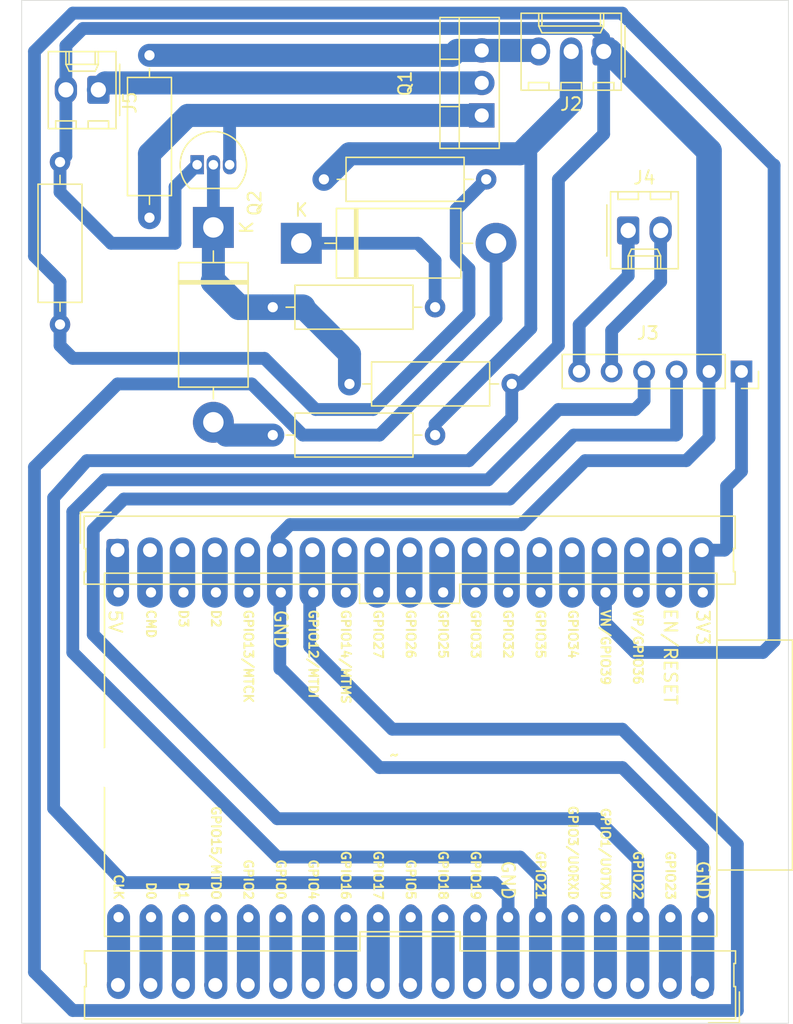
<source format=kicad_pcb>
(kicad_pcb (version 20240108) (generator "pcbnew") (generator_version "8.0")
  (layers (0 "F.Cu" signal) (31 "B.Cu" signal) (34 "B.Paste" user) (35 "F.Paste" user) (36 "B.SilkS" user "B.Silkscreen") (37 "F.SilkS" user "F.Silkscreen") (38 "B.Mask" user) (39 "F.Mask" user) (44 "Edge.Cuts" user))
  (net 0 "")
  (net 1 "Net-(D1-A)")
  (net 2 "Net-(D1-K)")
  (net 3 "Net-(D2-K)")
  (net 4 "Net-(Q1-G)")
  (net 5 "/Stay On")
  (net 6 "Net-(ESP1-ADC2_CH7{slash}GPIO27)")
  (net 7 "Net-(ESP1-SD_DATA3{slash}GPIO10)")
  (net 8 "Net-(ESP1-MTDO{slash}GPIO15{slash}ADC2_CH3)")
  (net 9 "Net-(ESP1-GPIO16)")
  (net 10 "GND")
  (net 11 "Net-(ESP1-GPIO5)")
  (net 12 "Net-(ESP1-SD_DATA2{slash}GPIO9)")
  (net 13 "Net-(ESP1-SD_DATA1{slash}GPIO8)")
  (net 14 "Net-(ESP1-GPIO17)")
  (net 15 "Net-(ESP1-VDET_2{slash}GPIO35{slash}ADC1_CH7)")
  (net 16 "Net-(ESP1-U0TXD{slash}GPIO1)")
  (net 17 "Net-(ESP1-SD_DATA0{slash}GPIO7)")
  (net 18 "Net-(ESP1-GPIO18)")
  (net 19 "Net-(ESP1-5V)")
  (net 20 "Net-(ESP1-VDET_1{slash}GPIO34{slash}ADC1_CH6)")
  (net 21 "Net-(ESP1-GPIO0{slash}BOOT{slash}ADC2_CH1)")
  (net 22 "/Volt Measurement")
  (net 23 "Net-(ESP1-MTCK{slash}GPIO13{slash}ADC2_CH4)")
  (net 24 "Net-(ESP1-ADC2_CH2{slash}GPIO2)")
  (net 25 "Net-(ESP1-DAC_1{slash}ADC2_CH8{slash}GPIO25)")
  (net 26 "Net-(ESP1-RESET)")
  (net 27 "Net-(ESP1-GPIO19)")
  (net 28 "Net-(ESP1-SD_CLK{slash}GPIO6)")
  (net 29 "Net-(ESP1-32K_XP{slash}GPIO32{slash}ADC1_CH4)")
  (net 30 "Net-(ESP1-SENSOR_VP{slash}GPIO36{slash}ADC1_CH0)")
  (net 31 "Net-(ESP1-CMD)")
  (net 32 "Net-(ESP1-MTMS{slash}GPIO14{slash}ADC2_CH6)")
  (net 33 "Net-(ESP1-GPIO23)")
  (net 34 "Net-(ESP1-32K_XN{slash}GPIO33{slash}ADC1_CH5)")
  (net 35 "Net-(ESP1-DAC_2{slash}ADC2_CH9{slash}GPIO26)")
  (net 36 "Net-(ESP1-U0RXD{slash}GPIO3)")
  (net 37 "Net-(ESP1-ADC2_CH0{slash}GPIO4)")
  (net 38 "Net-(ESP1-3V3)")
  (net 39 "Net-(ESP1-GPIO21)")
  (net 40 "Net-(ESP1-GPIO22)")
  (net 41 "/K30")
  (net 42 "/K15")
  (net 43 "Net-(J3-Pin_6)")
  (net 44 "Net-(J3-Pin_5)")
  (net 45 "/12 V out")
  (footprint "Connector_Molex:Molex_KK-254_AE-6410-02A_1x02_P2.54mm_Vertical" (layer "F.Cu") (at 97.46 68)
    (property "Reference" "J4" (at 1.27 -4.12 0) (layer "F.SilkS"))
    (property "Value" "CAN Connect")
    (pad "1" thru_hole roundrect (at 0 0) (size 1.74 2.19) (drill 1.19) (layers "*.Cu" "*.Mask") (roundrect_rratio 0.143678) (net 43 "Net-(J3-Pin_6)"))
    (pad "2" thru_hole oval (at 2.54 0) (size 1.74 2.19) (drill 1.19) (layers "*.Cu" "*.Mask") (net 44 "Net-(J3-Pin_5)"))
  )
  (footprint "Package_TO_SOT_THT:TO-92_Inline" (layer "F.Cu") (at 63.73 62.86)
    (property "Reference" "Q2" (at 4.5 3 90) (layer "F.SilkS"))
    (property "Value" "2N3904")
    (pad "1" thru_hole rect (at 0 0) (size 1.05 1.5) (drill 0.75) (layers "*.Cu" "*.Mask") (net 10 "GND"))
    (pad "2" thru_hole oval (at 1.27 0) (size 1.05 1.5) (drill 0.75) (layers "*.Cu" "*.Mask") (net 2 "Net-(D1-K)"))
    (pad "3" thru_hole oval (at 2.54 0) (size 1.05 1.5) (drill 0.75) (layers "*.Cu" "*.Mask") (net 4 "Net-(Q1-G)"))
  )
  (footprint "Resistor_THT:R_Axial_DIN0309_L9.0mm_D3.2mm_P12.70mm_Horizontal" (layer "F.Cu") (at 60 54.3 -90)
    (property "Reference" "R3" (hide yes))
    (property "Value" "100k")
    (pad "1" thru_hole circle (at 0 0 270) (size 1.6 1.6) (drill 0.8) (layers "*.Cu" "*.Mask") (net 41 "/K30"))
    (pad "2" thru_hole oval (at 12.7 0 270) (size 1.6 1.6) (drill 0.8) (layers "*.Cu" "*.Mask") (net 4 "Net-(Q1-G)"))
  )
  (footprint "Diode_THT:D_DO-201AD_P15.24mm_Horizontal" (layer "F.Cu") (at 65 67.76 -90)
    (property "Reference" "D1" (hide yes))
    (property "Value" "1N5408")
    (fp_text user "K" (at 0 -2.6 90) (layer "F.SilkS"))
    (pad "1" thru_hole rect (at 0 0 270) (size 3.2 3.2) (drill 1.6) (layers "*.Cu" "*.Mask") (net 2 "Net-(D1-K)"))
    (pad "2" thru_hole oval (at 15.24 0 270) (size 3.2 3.2) (drill 1.6) (layers "*.Cu" "*.Mask") (net 1 "Net-(D1-A)"))
  )
  (footprint "Package_TO_SOT_THT:TO-220-3_Vertical" (layer "F.Cu") (at 86 59 90)
    (property "Reference" "Q1" (at 2.5 -6 90) (layer "F.SilkS"))
    (property "Value" "IRF9540N")
    (pad "1" thru_hole rect (at 0 0 90) (size 1.905 2) (drill 1.1) (layers "*.Cu" "*.Mask") (net 4 "Net-(Q1-G)"))
    (pad "2" thru_hole oval (at 2.54 0 90) (size 1.905 2) (drill 1.1) (layers "*.Cu" "*.Mask") (net 45 "/12 V out"))
    (pad "3" thru_hole oval (at 5.08 0 90) (size 1.905 2) (drill 1.1) (layers "*.Cu" "*.Mask") (net 41 "/K30"))
  )
  (footprint "Resistor_THT:R_Axial_DIN0309_L9.0mm_D3.2mm_P12.70mm_Horizontal" (layer "F.Cu") (at 69.65 74)
    (property "Reference" "R6" (hide yes))
    (property "Value" "220")
    (pad "1" thru_hole circle (at 0 0) (size 1.6 1.6) (drill 0.8) (layers "*.Cu" "*.Mask") (net 2 "Net-(D1-K)"))
    (pad "2" thru_hole oval (at 12.7 0) (size 1.6 1.6) (drill 0.8) (layers "*.Cu" "*.Mask") (net 3 "Net-(D2-K)"))
  )
  (footprint "Connector_PinSocket_2.54mm:PinSocket_1x06_P2.54mm_Vertical" (layer "F.Cu") (at 106.325 79.025 -90)
    (property "Reference" "J3" (at -3 7.325 0) (layer "F.SilkS"))
    (property "Value" "CAN BUS Modul")
    (pad "1" thru_hole rect (at 0 0 270) (size 1.7 1.7) (drill 1) (layers "*.Cu" "*.Mask") (net 38 "Net-(ESP1-3V3)"))
    (pad "2" thru_hole oval (at 0 2.54 270) (size 1.7 1.7) (drill 1) (layers "*.Cu" "*.Mask") (net 10 "GND"))
    (pad "3" thru_hole oval (at 0 5.08 270) (size 1.7 1.7) (drill 1) (layers "*.Cu" "*.Mask") (net 40 "Net-(ESP1-GPIO22)"))
    (pad "4" thru_hole oval (at 0 7.62 270) (size 1.7 1.7) (drill 1) (layers "*.Cu" "*.Mask") (net 39 "Net-(ESP1-GPIO21)"))
    (pad "5" thru_hole oval (at 0 10.16 270) (size 1.7 1.7) (drill 1) (layers "*.Cu" "*.Mask") (net 44 "Net-(J3-Pin_5)"))
    (pad "6" thru_hole oval (at 0 12.7 270) (size 1.7 1.7) (drill 1) (layers "*.Cu" "*.Mask") (net 43 "Net-(J3-Pin_6)"))
  )
  (footprint "MountingHole:MountingHole_3.2mm_M3" (layer "F.Cu") (at 106 54)
    (property "Reference" "REF**" (hide yes))
    (property "Value" "MountingHole_3.2mm_M3" (hide yes))
    (pad "" np_thru_hole circle (at 0 0) (size 3.2 3.2) (drill 3.2) (layers "*.Cu" "*.Mask"))
  )
  (footprint "Resistor_THT:R_Axial_DIN0309_L9.0mm_D3.2mm_P12.70mm_Horizontal" (layer "F.Cu") (at 73.65 64)
    (property "Reference" "R2" (hide yes))
    (property "Value" "220k")
    (pad "1" thru_hole circle (at 0 0) (size 1.6 1.6) (drill 0.8) (layers "*.Cu" "*.Mask") (net 42 "/K15"))
    (pad "2" thru_hole oval (at 12.7 0) (size 1.6 1.6) (drill 0.8) (layers "*.Cu" "*.Mask") (net 22 "/Volt Measurement"))
  )
  (footprint "Connector_Molex:Molex_SL_171971-0019_1x19_P2.54mm_Vertical" (layer "F.Cu") (at 57.5 93)
    (property "Reference" "ESP32_1" (hide yes))
    (property "Value" "Screw_Terminal_01x19" (hide yes))
    (pad "1" thru_hole roundrect (at 0 0) (size 1.74 1.74) (drill 1.09) (layers "*.Cu" "*.Mask") (roundrect_rratio 0.143678) (net 19 "Net-(ESP1-5V)"))
    (pad "2" thru_hole circle (at 2.54 0) (size 1.74 1.74) (drill 1.09) (layers "*.Cu" "*.Mask") (net 31 "Net-(ESP1-CMD)"))
    (pad "3" thru_hole circle (at 5.08 0) (size 1.74 1.74) (drill 1.09) (layers "*.Cu" "*.Mask") (net 7 "Net-(ESP1-SD_DATA3{slash}GPIO10)"))
    (pad "4" thru_hole circle (at 7.62 0) (size 1.74 1.74) (drill 1.09) (layers "*.Cu" "*.Mask") (net 12 "Net-(ESP1-SD_DATA2{slash}GPIO9)"))
    (pad "5" thru_hole circle (at 10.16 0) (size 1.74 1.74) (drill 1.09) (layers "*.Cu" "*.Mask") (net 23 "Net-(ESP1-MTCK{slash}GPIO13{slash}ADC2_CH4)"))
    (pad "6" thru_hole circle (at 12.7 0) (size 1.74 1.74) (drill 1.09) (layers "*.Cu" "*.Mask") (net 10 "GND"))
    (pad "7" thru_hole circle (at 15.24 0) (size 1.74 1.74) (drill 1.09) (layers "*.Cu" "*.Mask") (net 5 "/Stay On"))
    (pad "8" thru_hole circle (at 17.78 0) (size 1.74 1.74) (drill 1.09) (layers "*.Cu" "*.Mask") (net 32 "Net-(ESP1-MTMS{slash}GPIO14{slash}ADC2_CH6)"))
    (pad "9" thru_hole circle (at 20.32 0) (size 1.74 1.74) (drill 1.09) (layers "*.Cu" "*.Mask") (net 6 "Net-(ESP1-ADC2_CH7{slash}GPIO27)"))
    (pad "10" thru_hole circle (at 22.86 0) (size 1.74 1.74) (drill 1.09) (layers "*.Cu" "*.Mask") (net 35 "Net-(ESP1-DAC_2{slash}ADC2_CH9{slash}GPIO26)"))
    (pad "11" thru_hole circle (at 25.4 0) (size 1.74 1.74) (drill 1.09) (layers "*.Cu" "*.Mask") (net 25 "Net-(ESP1-DAC_1{slash}ADC2_CH8{slash}GPIO25)"))
    (pad "12" thru_hole circle (at 27.94 0) (size 1.74 1.74) (drill 1.09) (layers "*.Cu" "*.Mask") (net 34 "Net-(ESP1-32K_XN{slash}GPIO33{slash}ADC1_CH5)"))
    (pad "13" thru_hole circle (at 30.48 0) (size 1.74 1.74) (drill 1.09) (layers "*.Cu" "*.Mask") (net 29 "Net-(ESP1-32K_XP{slash}GPIO32{slash}ADC1_CH4)"))
    (pad "14" thru_hole circle (at 33.02 0) (size 1.74 1.74) (drill 1.09) (layers "*.Cu" "*.Mask") (net 15 "Net-(ESP1-VDET_2{slash}GPIO35{slash}ADC1_CH7)"))
    (pad "15" thru_hole circle (at 35.56 0) (size 1.74 1.74) (drill 1.09) (layers "*.Cu" "*.Mask") (net 20 "Net-(ESP1-VDET_1{slash}GPIO34{slash}ADC1_CH6)"))
    (pad "16" thru_hole circle (at 38.1 0) (size 1.74 1.74) (drill 1.09) (layers "*.Cu" "*.Mask") (net 22 "/Volt Measurement"))
    (pad "17" thru_hole circle (at 40.64 0) (size 1.74 1.74) (drill 1.09) (layers "*.Cu" "*.Mask") (net 30 "Net-(ESP1-SENSOR_VP{slash}GPIO36{slash}ADC1_CH0)"))
    (pad "18" thru_hole circle (at 43.18 0) (size 1.74 1.74) (drill 1.09) (layers "*.Cu" "*.Mask") (net 26 "Net-(ESP1-RESET)"))
    (pad "19" thru_hole circle (at 45.72 0) (size 1.74 1.74) (drill 1.09) (layers "*.Cu" "*.Mask") (net 38 "Net-(ESP1-3V3)"))
  )
  (footprint "Resistor_THT:R_Axial_DIN0309_L9.0mm_D3.2mm_P12.70mm_Horizontal" (layer "F.Cu") (at 75.65 80)
    (property "Reference" "R5" (hide yes))
    (property "Value" "100k")
    (pad "1" thru_hole circle (at 0 0) (size 1.6 1.6) (drill 0.8) (layers "*.Cu" "*.Mask") (net 2 "Net-(D1-K)"))
    (pad "2" thru_hole oval (at 12.7 0) (size 1.6 1.6) (drill 0.8) (layers "*.Cu" "*.Mask") (net 10 "GND"))
  )
  (footprint "Connector_Molex:Molex_KK-254_AE-6410-02A_1x02_P2.54mm_Vertical" (layer "F.Cu") (at 56 57 180)
    (property "Reference" "J5" (at -2.46 -1 90) (layer "F.SilkS"))
    (property "Value" "To USB converter")
    (pad "1" thru_hole roundrect (at 0 0 180) (size 1.74 2.19) (drill 1.19) (layers "*.Cu" "*.Mask") (roundrect_rratio 0.143678) (net 45 "/12 V out"))
    (pad "2" thru_hole oval (at 2.54 0 180) (size 1.74 2.19) (drill 1.19) (layers "*.Cu" "*.Mask") (net 10 "GND"))
  )
  (footprint "Connector_Molex:Molex_KK-254_AE-6410-03A_1x03_P2.54mm_Vertical" (layer "F.Cu") (at 95.54 54 180)
    (property "Reference" "J2" (at 2.54 -4.12 0) (layer "F.SilkS"))
    (property "Value" "Power IN")
    (pad "1" thru_hole roundrect (at 0 0 180) (size 1.74 2.19) (drill 1.19) (layers "*.Cu" "*.Mask") (roundrect_rratio 0.143678) (net 10 "GND"))
    (pad "2" thru_hole oval (at 2.54 0 180) (size 1.74 2.19) (drill 1.19) (layers "*.Cu" "*.Mask") (net 42 "/K15"))
    (pad "3" thru_hole oval (at 5.08 0 180) (size 1.74 2.19) (drill 1.19) (layers "*.Cu" "*.Mask") (net 41 "/K30"))
  )
  (footprint "MountingHole:MountingHole_3.2mm_M3" (layer "F.Cu") (at 58.6 74)
    (property "Reference" "REF**" (hide yes))
    (property "Value" "MountingHole_3.2mm_M3" (hide yes))
    (pad "" np_thru_hole circle (at 0 0) (size 3.2 3.2) (drill 3.2) (layers "*.Cu" "*.Mask"))
  )
  (footprint "MountingHole:MountingHole_3.2mm_M3" (layer "F.Cu") (at 106.5 110)
    (property "Reference" "REF**" (hide yes))
    (property "Value" "MountingHole_3.2mm_M3" (hide yes))
    (pad "" np_thru_hole circle (at 0 0) (size 3.2 3.2) (drill 3.2) (layers "*.Cu" "*.Mask"))
  )
  (footprint "MountingHole:MountingHole_3.2mm_M3" (layer "F.Cu") (at 57 110)
    (property "Reference" "REF**" (hide yes))
    (property "Value" "MountingHole_3.2mm_M3" (hide yes))
    (pad "" np_thru_hole circle (at 0 0) (size 3.2 3.2) (drill 3.2) (layers "*.Cu" "*.Mask"))
  )
  (footprint "Diode_THT:D_DO-201AD_P15.24mm_Horizontal" (layer "F.Cu") (at 71.88 69)
    (property "Reference" "D2" (hide yes))
    (property "Value" "1N5408")
    (fp_text user "K" (at 0 -2.6 0) (layer "F.SilkS"))
    (pad "1" thru_hole rect (at 0 0) (size 3.2 3.2) (drill 1.6) (layers "*.Cu" "*.Mask") (net 3 "Net-(D2-K)"))
    (pad "2" thru_hole oval (at 15.24 0) (size 3.2 3.2) (drill 1.6) (layers "*.Cu" "*.Mask") (net 5 "/Stay On"))
  )
  (footprint "Resistor_THT:R_Axial_DIN0309_L9.0mm_D3.2mm_P12.70mm_Horizontal" (layer "F.Cu") (at 53 75.35 90)
    (property "Reference" "R4" (hide yes))
    (property "Value" "33k")
    (pad "1" thru_hole circle (at 0 0 90) (size 1.6 1.6) (drill 0.8) (layers "*.Cu" "*.Mask") (net 22 "/Volt Measurement"))
    (pad "2" thru_hole oval (at 12.7 0 90) (size 1.6 1.6) (drill 0.8) (layers "*.Cu" "*.Mask") (net 10 "GND"))
  )
  (footprint "PCM_Espressif:ESP32-DevKitC" (layer "F.Cu") (at 103.3 96.3 -90)
    (property "Reference" "ESP1" (hide yes))
    (property "Value" "~" (at 12.7 24.13 0) (layer "F.SilkS"))
    (fp_text user "GPIO12/MTDI" (at 1.27 30.48 -90) (layer "F.SilkS") (effects (font (size 0.7 0.7)) (justify left)))
    (fp_text user "GPIO35" (at 1.27 12.7 -90) (layer "F.SilkS") (effects (font (size 0.7 0.7)) (justify left)))
    (fp_text user "GPIO14/MTMS" (at 1.27 27.94 -90) (layer "F.SilkS") (effects (font (size 0.7 0.7)) (justify left)))
    (fp_text user "GND" (at 24.13 0 -90) (layer "F.SilkS") (effects (justify right)))
    (fp_text user "GPIO13/MTCK" (at 1.27 35.56 -90) (layer "F.SilkS") (effects (font (size 0.7 0.7)) (justify left)))
    (fp_text user "CLK" (at 24.13 45.72 -90) (layer "F.SilkS") (effects (font (size 0.7 0.7)) (justify right)))
    (fp_text user "D1" (at 24.13 40.64 -90) (layer "F.SilkS") (effects (font (size 0.7 0.7)) (justify right)))
    (fp_text user "GND" (at 24.13 15.24 -90) (layer "F.SilkS") (effects (justify right)))
    (fp_text user "GPIO33" (at 1.27 17.78 -90) (layer "F.SilkS") (effects (font (size 0.7 0.7)) (justify left)))
    (fp_text user "D2" (at 1.27 38.1 -90) (layer "F.SilkS") (effects (font (size 0.7 0.7)) (justify left)))
    (fp_text user "CMD" (at 1.27 43.18 -90) (layer "F.SilkS") (effects (font (size 0.7 0.7)) (justify left)))
    (fp_text user "GPIO3/U0RXD" (at 24.13 10.16 -90) (layer "F.SilkS") (effects (font (size 0.7 0.7)) (justify right)))
    (fp_text user "GPIO17" (at 24.13 25.4 -90) (layer "F.SilkS") (effects (font (size 0.7 0.7)) (justify right)))
    (fp_text user "GPIO1/U0TXD" (at 24.13 7.62 -90) (layer "F.SilkS") (effects (font (size 0.7 0.7)) (justify right)))
    (fp_text user "GPIO2" (at 24.13 35.56 -90) (layer "F.SilkS") (effects (font (size 0.7 0.7)) (justify right)))
    (fp_text user "GPIO16" (at 24.13 27.94 -90) (layer "F.SilkS") (effects (font (size 0.7 0.7)) (justify right)))
    (fp_text user "GPIO27" (at 1.27 25.4 -90) (layer "F.SilkS") (effects (font (size 0.7 0.7)) (justify left)))
    (fp_text user "5V" (at 1.26632 45.97128 -90) (layer "F.SilkS") (effects (justify left)))
    (fp_text user "GPIO32" (at 1.27 15.24 -90) (layer "F.SilkS") (effects (font (size 0.7 0.7)) (justify left)))
    (fp_text user "GPIO18" (at 24.13 20.32 -90) (layer "F.SilkS") (effects (font (size 0.7 0.7)) (justify right)))
    (fp_text user "GPIO34" (at 1.27 10.16 -90) (layer "F.SilkS") (effects (font (size 0.7 0.7)) (justify left)))
    (fp_text user "GPIO25" (at 1.27 20.32 -90) (layer "F.SilkS") (effects (font (size 0.7 0.7)) (justify left)))
    (fp_text user "VP/GPIO36" (at 1.27 5.08 -90) (layer "F.SilkS") (effects (font (size 0.7 0.7)) (justify left)))
    (fp_text user "3V3" (at 1.27 0 -90) (layer "F.SilkS") (effects (justify left)))
    (fp_text user "GPIO19" (at 24.13 17.78 -90) (layer "F.SilkS") (effects (font (size 0.7 0.7)) (justify right)))
    (fp_text user "GPIO21" (at 24.13 12.7 -90) (layer "F.SilkS") (effects (font (size 0.7 0.7)) (justify right)))
    (fp_text user "GPIO22" (at 24.13 5.08 -90) (layer "F.SilkS") (effects (font (size 0.7 0.7)) (justify right)))
    (fp_text user "GPIO4" (at 24.13 30.48 -90) (layer "F.SilkS") (effects (font (size 0.7 0.7)) (justify right)))
    (fp_text user "D0" (at 24.13 43.18 -90) (layer "F.SilkS") (effects (font (size 0.7 0.7)) (justify right)))
    (fp_text user "GND" (at 1.27 33.02 -90) (layer "F.SilkS") (effects (justify left)))
    (fp_text user "GPIO0" (at 24.13 33.02 -90) (layer "F.SilkS") (effects (font (size 0.7 0.7)) (justify right)))
    (fp_text user "GPIO5" (at 24.13 22.86 -90) (layer "F.SilkS") (effects (font (size 0.7 0.7)) (justify right)))
    (fp_text user "GPIO15/MTDO" (at 24.13 38.1 -90) (layer "F.SilkS") (effects (font (size 0.7 0.7)) (justify right)))
    (fp_text user "D3" (at 1.27 40.64 -90) (layer "F.SilkS") (effects (font (size 0.7 0.7)) (justify left)))
    (fp_text user "GPIO23" (at 24.13 2.54 -90) (layer "F.SilkS") (effects (font (size 0.7 0.7)) (justify right)))
    (fp_text user "VN/GPIO39" (at 1.27 7.62 -90) (layer "F.SilkS") (effects (font (size 0.7 0.7)) (justify left)))
    (fp_text user "EN/RESET" (at 8.88632 2.53728 -90) (layer "F.SilkS") (effects (justify right)))
    (fp_text user "GPIO26" (at 1.27 22.86 -90) (layer "F.SilkS") (effects (font (size 0.7 0.7)) (justify left)))
    (pad "1" thru_hole rect (at 0 0 180) (size 1.2 2) (drill 0.8) (layers "*.Cu" "*.Mask") (net 38 "Net-(ESP1-3V3)"))
    (pad "2" thru_hole oval (at 0 2.54 180) (size 1.2 2) (drill 0.8) (layers "*.Cu" "*.Mask") (net 26 "Net-(ESP1-RESET)"))
    (pad "3" thru_hole oval (at 0 5.08 180) (size 1.2 2) (drill 0.8) (layers "*.Cu" "*.Mask") (net 30 "Net-(ESP1-SENSOR_VP{slash}GPIO36{slash}ADC1_CH0)"))
    (pad "4" thru_hole oval (at 0 7.62 180) (size 1.2 2) (drill 0.8) (layers "*.Cu" "*.Mask") (net 22 "/Volt Measurement"))
    (pad "5" thru_hole oval (at 0 10.16 180) (size 1.2 2) (drill 0.8) (layers "*.Cu" "*.Mask") (net 20 "Net-(ESP1-VDET_1{slash}GPIO34{slash}ADC1_CH6)"))
    (pad "6" thru_hole oval (at 0 12.7 180) (size 1.2 2) (drill 0.8) (layers "*.Cu" "*.Mask") (net 15 "Net-(ESP1-VDET_2{slash}GPIO35{slash}ADC1_CH7)"))
    (pad "7" thru_hole oval (at 0 15.24 180) (size 1.2 2) (drill 0.8) (layers "*.Cu" "*.Mask") (net 29 "Net-(ESP1-32K_XP{slash}GPIO32{slash}ADC1_CH4)"))
    (pad "8" thru_hole oval (at 0 17.78 180) (size 1.2 2) (drill 0.8) (layers "*.Cu" "*.Mask") (net 34 "Net-(ESP1-32K_XN{slash}GPIO33{slash}ADC1_CH5)"))
    (pad "9" thru_hole oval (at 0 20.32 180) (size 1.2 2) (drill 0.8) (layers "*.Cu" "*.Mask") (net 25 "Net-(ESP1-DAC_1{slash}ADC2_CH8{slash}GPIO25)"))
    (pad "10" thru_hole oval (at 0 22.86 180) (size 1.2 2) (drill 0.8) (layers "*.Cu" "*.Mask") (net 35 "Net-(ESP1-DAC_2{slash}ADC2_CH9{slash}GPIO26)"))
    (pad "11" thru_hole oval (at 0 25.4 180) (size 1.2 2) (drill 0.8) (layers "*.Cu" "*.Mask") (net 6 "Net-(ESP1-ADC2_CH7{slash}GPIO27)"))
    (pad "12" thru_hole oval (at 0 27.94 180) (size 1.2 2) (drill 0.8) (layers "*.Cu" "*.Mask") (net 32 "Net-(ESP1-MTMS{slash}GPIO14{slash}ADC2_CH6)"))
    (pad "13" thru_hole oval (at 0 30.48 180) (size 1.2 2) (drill 0.8) (layers "*.Cu" "*.Mask") (net 5 "/Stay On"))
    (pad "14" thru_hole oval (at 0 33.02 180) (size 1.2 2) (drill 0.8) (layers "*.Cu" "*.Mask") (net 10 "GND"))
    (pad "15" thru_hole oval (at 0 35.56 180) (size 1.2 2) (drill 0.8) (layers "*.Cu" "*.Mask") (net 23 "Net-(ESP1-MTCK{slash}GPIO13{slash}ADC2_CH4)"))
    (pad "16" thru_hole oval (at 0 38.1 180) (size 1.2 2) (drill 0.8) (layers "*.Cu" "*.Mask") (net 12 "Net-(ESP1-SD_DATA2{slash}GPIO9)"))
    (pad "17" thru_hole oval (at 0 40.64 180) (size 1.2 2) (drill 0.8) (layers "*.Cu" "*.Mask") (net 7 "Net-(ESP1-SD_DATA3{slash}GPIO10)"))
    (pad "18" thru_hole oval (at 0 43.18 180) (size 1.2 2) (drill 0.8) (layers "*.Cu" "*.Mask") (net 31 "Net-(ESP1-CMD)"))
    (pad "19" thru_hole oval (at 0 45.72 180) (size 1.2 2) (drill 0.8) (layers "*.Cu" "*.Mask") (net 19 "Net-(ESP1-5V)"))
    (pad "20" thru_hole oval (at 25.39632 45.71728 180) (size 1.2 2) (drill 0.8) (layers "*.Cu" "*.Mask") (net 28 "Net-(ESP1-SD_CLK{slash}GPIO6)"))
    (pad "21" thru_hole oval (at 25.39632 43.17728 180) (size 1.2 2) (drill 0.8) (layers "*.Cu" "*.Mask") (net 17 "Net-(ESP1-SD_DATA0{slash}GPIO7)"))
    (pad "22" thru_hole oval (at 25.4 40.64 180) (size 1.2 2) (drill 0.8) (layers "*.Cu" "*.Mask") (net 13 "Net-(ESP1-SD_DATA1{slash}GPIO8)"))
    (pad "23" thru_hole oval (at 25.4 38.1 180) (size 1.2 2) (drill 0.8) (layers "*.Cu" "*.Mask") (net 8 "Net-(ESP1-MTDO{slash}GPIO15{slash}ADC2_CH3)"))
    (pad "24" thru_hole oval (at 25.4 35.56 180) (size 1.2 2) (drill 0.8) (layers "*.Cu" "*.Mask") (net 24 "Net-(ESP1-ADC2_CH2{slash}GPIO2)"))
    (pad "25" thru_hole oval (at 25.4 33.02 180) (size 1.2 2) (drill 0.8) (layers "*.Cu" "*.Mask") (net 21 "Net-(ESP1-GPIO0{slash}BOOT{slash}ADC2_CH1)"))
    (pad "26" thru_hole oval (at 25.4 30.48 180) (size 1.2 2) (drill 0.8) (layers "*.Cu" "*.Mask") (net 37 "Net-(ESP1-ADC2_CH0{slash}GPIO4)"))
    (pad "27" thru_hole oval (at 25.4 27.94 180) (size 1.2 2) (drill 0.8) (layers "*.Cu" "*.Mask") (net 9 "Net-(ESP1-GPIO16)"))
    (pad "28" thru_hole oval (at 25.4 25.4 180) (size 1.2 2) (drill 0.8) (layers "*.Cu" "*.Mask") (net 14 "Net-(ESP1-GPIO17)"))
    (pad "29" thru_hole oval (at 25.4 22.86 180) (size 1.2 2) (drill 0.8) (layers "*.Cu" "*.Mask") (net 11 "Net-(ESP1-GPIO5)"))
    (pad "30" thru_hole oval (at 25.4 20.32 180) (size 1.2 2) (drill 0.8) (layers "*.Cu" "*.Mask") (net 18 "Net-(ESP1-GPIO18)"))
    (pad "31" thru_hole oval (at 25.4 17.78 180) (size 1.2 2) (drill 0.8) (layers "*.Cu" "*.Mask") (net 27 "Net-(ESP1-GPIO19)"))
    (pad "32" thru_hole oval (at 25.4 15.24 180) (size 1.2 2) (drill 0.8) (layers "*.Cu" "*.Mask") (net 10 "GND"))
    (pad "33" thru_hole oval (at 25.4 12.7 180) (size 1.2 2) (drill 0.8) (layers "*.Cu" "*.Mask") (net 39 "Net-(ESP1-GPIO21)"))
    (pad "34" thru_hole oval (at 25.4 10.16 180) (size 1.2 2) (drill 0.8) (layers "*.Cu" "*.Mask") (net 36 "Net-(ESP1-U0RXD{slash}GPIO3)"))
    (pad "35" thru_hole oval (at 25.4 7.62 180) (size 1.2 2) (drill 0.8) (layers "*.Cu" "*.Mask") (net 16 "Net-(ESP1-U0TXD{slash}GPIO1)"))
    (pad "36" thru_hole oval (at 25.4 5.08 180) (size 1.2 2) (drill 0.8) (layers "*.Cu" "*.Mask") (net 40 "Net-(ESP1-GPIO22)"))
    (pad "37" thru_hole oval (at 25.4 2.54 180) (size 1.2 2) (drill 0.8) (layers "*.Cu" "*.Mask") (net 33 "Net-(ESP1-GPIO23)"))
    (pad "38" thru_hole oval (at 25.4 0 180) (size 1.2 2) (drill 0.8) (layers "*.Cu" "*.Mask") (net 10 "GND"))
  )
  (footprint "Resistor_THT:R_Axial_DIN0309_L9.0mm_D3.2mm_P12.70mm_Horizontal" (layer "F.Cu") (at 82.35 84 180)
    (property "Reference" "R1" (hide yes))
    (property "Value" "10k")
    (pad "1" thru_hole circle (at 0 0 180) (size 1.6 1.6) (drill 0.8) (layers "*.Cu" "*.Mask") (net 42 "/K15"))
    (pad "2" thru_hole oval (at 12.7 0 180) (size 1.6 1.6) (drill 0.8) (layers "*.Cu" "*.Mask") (net 1 "Net-(D1-A)"))
  )
  (footprint "Connector_Molex:Molex_SL_171971-0019_1x19_P2.54mm_Vertical" (layer "F.Cu") (at 103.25 127 180)
    (property "Reference" "ESP32_2" (hide yes))
    (property "Value" "Screw_Terminal_01x19" (hide yes))
    (pad "1" thru_hole roundrect (at 0 0 180) (size 1.74 1.74) (drill 1.09) (layers "*.Cu" "*.Mask") (roundrect_rratio 0.143678) (net 10 "GND"))
    (pad "2" thru_hole circle (at 2.54 0 180) (size 1.74 1.74) (drill 1.09) (layers "*.Cu" "*.Mask") (net 33 "Net-(ESP1-GPIO23)"))
    (pad "3" thru_hole circle (at 5.08 0 180) (size 1.74 1.74) (drill 1.09) (layers "*.Cu" "*.Mask") (net 40 "Net-(ESP1-GPIO22)"))
    (pad "4" thru_hole circle (at 7.62 0 180) (size 1.74 1.74) (drill 1.09) (layers "*.Cu" "*.Mask") (net 16 "Net-(ESP1-U0TXD{slash}GPIO1)"))
    (pad "5" thru_hole circle (at 10.16 0 180) (size 1.74 1.74) (drill 1.09) (layers "*.Cu" "*.Mask") (net 36 "Net-(ESP1-U0RXD{slash}GPIO3)"))
    (pad "6" thru_hole circle (at 12.7 0 180) (size 1.74 1.74) (drill 1.09) (layers "*.Cu" "*.Mask") (net 39 "Net-(ESP1-GPIO21)"))
    (pad "7" thru_hole circle (at 15.24 0 180) (size 1.74 1.74) (drill 1.09) (layers "*.Cu" "*.Mask") (net 10 "GND"))
    (pad "8" thru_hole circle (at 17.78 0 180) (size 1.74 1.74) (drill 1.09) (layers "*.Cu" "*.Mask") (net 27 "Net-(ESP1-GPIO19)"))
    (pad "9" thru_hole circle (at 20.32 0 180) (size 1.74 1.74) (drill 1.09) (layers "*.Cu" "*.Mask") (net 18 "Net-(ESP1-GPIO18)"))
    (pad "10" thru_hole circle (at 22.86 0 180) (size 1.74 1.74) (drill 1.09) (layers "*.Cu" "*.Mask") (net 11 "Net-(ESP1-GPIO5)"))
    (pad "11" thru_hole circle (at 25.4 0 180) (size 1.74 1.74) (drill 1.09) (layers "*.Cu" "*.Mask") (net 14 "Net-(ESP1-GPIO17)"))
    (pad "12" thru_hole circle (at 27.94 0 180) (size 1.74 1.74) (drill 1.09) (layers "*.Cu" "*.Mask") (net 9 "Net-(ESP1-GPIO16)"))
    (pad "13" thru_hole circle (at 30.48 0 180) (size 1.74 1.74) (drill 1.09) (layers "*.Cu" "*.Mask") (net 37 "Net-(ESP1-ADC2_CH0{slash}GPIO4)"))
    (pad "14" thru_hole circle (at 33.02 0 180) (size 1.74 1.74) (drill 1.09) (layers "*.Cu" "*.Mask") (net 21 "Net-(ESP1-GPIO0{slash}BOOT{slash}ADC2_CH1)"))
    (pad "15" thru_hole circle (at 35.56 0 180) (size 1.74 1.74) (drill 1.09) (layers "*.Cu" "*.Mask") (net 24 "Net-(ESP1-ADC2_CH2{slash}GPIO2)"))
    (pad "16" thru_hole circle (at 38.1 0 180) (size 1.74 1.74) (drill 1.09) (layers "*.Cu" "*.Mask") (net 8 "Net-(ESP1-MTDO{slash}GPIO15{slash}ADC2_CH3)"))
    (pad "17" thru_hole circle (at 40.64 0 180) (size 1.74 1.74) (drill 1.09) (layers "*.Cu" "*.Mask") (net 13 "Net-(ESP1-SD_DATA1{slash}GPIO8)"))
    (pad "18" thru_hole circle (at 43.18 0 180) (size 1.74 1.74) (drill 1.09) (layers "*.Cu" "*.Mask") (net 17 "Net-(ESP1-SD_DATA0{slash}GPIO7)"))
    (pad "19" thru_hole circle (at 45.72 0 180) (size 1.74 1.74) (drill 1.09) (layers "*.Cu" "*.Mask") (net 28 "Net-(ESP1-SD_CLK{slash}GPIO6)"))
  )
  (gr_rect (start 50 50) (end 110 130) (stroke (width 0.05)) (fill none) (layer "Edge.Cuts"))
  (segment (start 69.65 84) (end 66 84) (width 1.8) (layer "B.Cu") (net 1))
  (segment (start 66 84) (end 65 83) (width 1.8) (layer "B.Cu") (net 1))
  (segment (start 72 74) (end 69.65 74) (width 2) (layer "B.Cu") (net 2))
  (segment (start 75.65 77.65) (end 75.65 80) (width 1.8) (layer "B.Cu") (net 2))
  (segment (start 65 62.86) (end 65 67.88) (width 1) (layer "B.Cu") (net 2))
  (segment (start 67 74) (end 69.65 74) (width 2) (layer "B.Cu") (net 2))
  (segment (start 65 72) (end 65 67.76) (width 1.8) (layer "B.Cu") (net 2))
  (segment (start 67 74) (end 65 72) (width 2) (layer "B.Cu") (net 2))
  (segment (start 72 74) (end 75.65 77.65) (width 1.8) (layer "B.Cu") (net 2))
  (segment (start 82.35 74) (end 82.35 70.35) (width 1) (layer "B.Cu") (net 3))
  (segment (start 81 69) (end 71.88 69) (width 1) (layer "B.Cu") (net 3))
  (segment (start 82.35 70.35) (end 81 69) (width 1) (layer "B.Cu") (net 3))
  (segment (start 86 59) (end 63 59) (width 1.8) (layer "B.Cu") (net 4))
  (segment (start 66.27 62.86) (end 66.27 59.23) (width 1) (layer "B.Cu") (net 4))
  (segment (start 63 59) (end 60 62) (width 1.8) (layer "B.Cu") (net 4))
  (segment (start 60 62) (end 60 67) (width 1.8) (layer "B.Cu") (net 4))
  (segment (start 106 129) (end 54 129) (width 1) (layer "B.Cu") (net 5))
  (segment (start 57.5 80) (end 68 80) (width 1) (layer "B.Cu") (net 5))
  (segment (start 72.54 96.3) (end 72.54 100.54) (width 1) (layer "B.Cu") (net 5))
  (segment (start 51 86.5) (end 57.5 80) (width 1) (layer "B.Cu") (net 5))
  (segment (start 87.12 74.88) (end 87.12 69) (width 1) (layer "B.Cu") (net 5))
  (segment (start 54 129) (end 51 126) (width 1) (layer "B.Cu") (net 5))
  (segment (start 78 84) (end 87.12 74.88) (width 1) (layer "B.Cu") (net 5))
  (segment (start 72.54 100.54) (end 79 107) (width 1) (layer "B.Cu") (net 5))
  (segment (start 97 107) (end 106 116) (width 1) (layer "B.Cu") (net 5))
  (segment (start 72 84) (end 78 84) (width 1) (layer "B.Cu") (net 5))
  (segment (start 79 107) (end 97 107) (width 1) (layer "B.Cu") (net 5))
  (segment (start 51 126) (end 51 86.5) (width 1) (layer "B.Cu") (net 5))
  (segment (start 72.74 93) (end 72.74 96.5) (width 2) (layer "B.Cu") (net 5))
  (segment (start 106 116) (end 106 129) (width 1) (layer "B.Cu") (net 5))
  (segment (start 68 80) (end 72 84) (width 1) (layer "B.Cu") (net 5))
  (segment (start 77.82 93) (end 77.82 96.5) (width 2) (layer "B.Cu") (net 6))
  (segment (start 62.58 93) (end 62.58 96.5) (width 2) (layer "B.Cu") (net 7))
  (segment (start 65.2 121.7) (end 65.2 127.2) (width 1.8) (layer "B.Cu") (net 8))
  (segment (start 75.36 121.7) (end 75.36 127.2) (width 1.8) (layer "B.Cu") (net 9))
  (segment (start 70.2 93) (end 70.2 96.5) (width 2) (layer "B.Cu") (net 10))
  (segment (start 96 54) (end 95.54 54) (width 2) (layer "B.Cu") (net 10))
  (segment (start 88.06 120.06) (end 87 119) (width 1) (layer "B.Cu") (net 10))
  (segment (start 95.54 60.46) (end 95.54 54) (width 1) (layer "B.Cu") (net 10))
  (segment (start 62 64.59) (end 63.73 62.86) (width 1) (layer "B.Cu") (net 10))
  (segment (start 103.3 116.3) (end 103.3 121.7) (width 1) (layer "B.Cu") (net 10))
  (segment (start 95.54 54) (end 95.54 52.905) (width 1) (layer "B.Cu") (net 10))
  (segment (start 54.8 52.2) (end 94.835 52.2) (width 1) (layer "B.Cu") (net 10))
  (segment (start 55.102944 86) (end 85 86) (width 1) (layer "B.Cu") (net 10))
  (segment (start 89.091168 91) (end 71 91) (width 1) (layer "B.Cu") (net 10))
  (segment (start 88.06 121.7) (end 88.06 120.06) (width 1) (layer "B.Cu") (net 10))
  (segment (start 88.06 121.7) (end 88.06 127.2) (width 1.8) (layer "B.Cu") (net 10))
  (segment (start 102 86) (end 94.091168 86) (width 1) (layer "B.Cu") (net 10))
  (segment (start 92 64) (end 95.54 60.46) (width 1) (layer "B.Cu") (net 10))
  (segment (start 88.35 82.65) (end 88.35 80) (width 1) (layer "B.Cu") (net 10))
  (segment (start 70.28 102.28) (end 78 110) (width 1) (layer "B.Cu") (net 10))
  (segment (start 54.8 52.2) (end 53.46 53.54) (width 1) (layer "B.Cu") (net 10))
  (segment (start 53.46 62.19) (end 53 62.65) (width 1) (layer "B.Cu") (net 10))
  (segment (start 52.5 88.902944) (end 55.102944 86) (width 1) (layer "B.Cu") (net 10))
  (segment (start 70.2 102.28) (end 70.2 96.3) (width 1) (layer "B.Cu") (net 10))
  (segment (start 103.785 79.025) (end 103.785 84.215) (width 1) (layer "B.Cu") (net 10))
  (segment (start 57 69) (end 53 65) (width 1) (layer "B.Cu") (net 10))
  (segment (start 62 69) (end 62 64.59) (width 1) (layer "B.Cu") (net 10))
  (segment (start 71 91) (end 70 92) (width 1) (layer "B.Cu") (net 10))
  (segment (start 94.835 52.2) (end 95 52.2) (width 1) (layer "B.Cu") (net 10))
  (segment (start 95.54 52.905) (end 94.835 52.2) (width 1) (layer "B.Cu") (net 10))
  (segment (start 89 80) (end 92 77) (width 1) (layer "B.Cu") (net 10))
  (segment (start 53.46 57) (end 53.46 62.19) (width 1) (layer "B.Cu") (net 10))
  (segment (start 53 65) (end 53 62.65) (width 1) (layer "B.Cu") (net 10))
  (segment (start 78 110) (end 97 110) (width 1) (layer "B.Cu") (net 10))
  (segment (start 97 110) (end 103.3 116.3) (width 1) (layer "B.Cu") (net 10))
  (segment (start 52.5 113.2) (end 52.5 88.902944) (width 1) (layer "B.Cu") (net 10))
  (segment (start 70 92) (end 70 92.8) (width 1) (layer "B.Cu") (net 10))
  (segment (start 103.3 121.7) (end 103.3 127.2) (width 1.8) (layer "B.Cu") (net 10))
  (segment (start 87 119) (end 58 119) (width 1) (layer "B.Cu") (net 10))
  (segment (start 92 77) (end 92 64) (width 1) (layer "B.Cu") (net 10))
  (segment (start 53.46 53.54) (end 53.46 57) (width 1) (layer "B.Cu") (net 10))
  (segment (start 103.785 79.025) (end 103.785 61.785) (width 2) (layer "B.Cu") (net 10))
  (segment (start 58 119) (end 52.5 113.2) (width 1) (layer "B.Cu") (net 10))
  (segment (start 103.785 84.215) (end 102 86) (width 1) (layer "B.Cu") (net 10))
  (segment (start 94.091168 86) (end 89.091168 91) (width 1) (layer "B.Cu") (net 10))
  (segment (start 103.785 61.785) (end 96 54) (width 2) (layer "B.Cu") (net 10))
  (segment (start 88.35 80) (end 89 80) (width 1) (layer "B.Cu") (net 10))
  (segment (start 85 86) (end 88.35 82.65) (width 1) (layer "B.Cu") (net 10))
  (segment (start 57 69) (end 62 69) (width 1) (layer "B.Cu") (net 10))
  (segment (start 80.44 121.7) (end 80.44 127.2) (width 1.8) (layer "B.Cu") (net 11))
  (segment (start 65.12 93) (end 65.12 96.5) (width 2) (layer "B.Cu") (net 12))
  (segment (start 62.66 121.7) (end 62.66 127.2) (width 1.8) (layer "B.Cu") (net 13))
  (segment (start 77.9 121.7) (end 77.9 127.2) (width 1.8) (layer "B.Cu") (net 14))
  (segment (start 90.52 93) (end 90.52 96.5) (width 2) (layer "B.Cu") (net 15))
  (segment (start 90.52 92.48) (end 90.52 93) (width 1) (layer "B.Cu") (net 15))
  (segment (start 95.68 121.7) (end 95.68 127.2) (width 1.8) (layer "B.Cu") (net 16))
  (segment (start 60.12272 121.69632) (end 60.12272 127.2) (width 1.8) (layer "B.Cu") (net 17))
  (segment (start 82.98 121.7) (end 82.98 127.2) (width 1.8) (layer "B.Cu") (net 18))
  (segment (start 57.5 93) (end 57.5 96.5) (width 1.8) (layer "B.Cu") (net 19))
  (segment (start 93.06 93) (end 93.06 96.5) (width 2) (layer "B.Cu") (net 20))
  (segment (start 70.28 121.7) (end 70.28 127.2) (width 1.8) (layer "B.Cu") (net 21))
  (segment (start 108.875 62.9375) (end 97 51.0625) (width 1) (layer "B.Cu") (net 22))
  (segment (start 95.68 98.68) (end 98 101) (width 1) (layer "B.Cu") (net 22))
  (segment (start 95.6 93) (end 95.6 96.5) (width 2) (layer "B.Cu") (net 22))
  (segment (start 84 66.35) (end 86.35 64) (width 1) (layer "B.Cu") (net 22))
  (segment (start 51 54) (end 51 70) (width 1) (layer "B.Cu") (net 22))
  (segment (start 73 82) (end 77.5 82) (width 1) (layer "B.Cu") (net 22))
  (segment (start 69 78) (end 73 82) (width 1) (layer "B.Cu") (net 22))
  (segment (start 97 51) (end 54 51) (width 1) (layer "B.Cu") (net 22))
  (segment (start 85 71) (end 84 70) (width 1) (layer "B.Cu") (net 22))
  (segment (start 53 77) (end 54 78) (width 1) (layer "B.Cu") (net 22))
  (segment (start 98 101) (end 108 101) (width 1) (layer "B.Cu") (net 22))
  (segment (start 84 70) (end 84 66.35) (width 1) (layer "B.Cu") (net 22))
  (segment (start 77.5 82) (end 85 74.5) (width 1) (layer "B.Cu") (net 22))
  (segment (start 54 51) (end 51 54) (width 1) (layer "B.Cu") (net 22))
  (segment (start 54 78) (end 69 78) (width 1) (layer "B.Cu") (net 22))
  (segment (start 53 75.35) (end 53 72) (width 1) (layer "B.Cu") (net 22))
  (segment (start 53 75.35) (end 53 77) (width 1) (layer "B.Cu") (net 22))
  (segment (start 53 72) (end 51 70) (width 1) (layer "B.Cu") (net 22))
  (segment (start 108.875 100.125) (end 108.875 62.875) (width 1) (layer "B.Cu") (net 22))
  (segment (start 95.68 96.3) (end 95.68 98.68) (width 1) (layer "B.Cu") (net 22))
  (segment (start 85 74.5) (end 85 71) (width 1) (layer "B.Cu") (net 22))
  (segment (start 108 101) (end 108.875 100.125) (width 1) (layer "B.Cu") (net 22))
  (segment (start 67.66 93) (end 67.66 96.5) (width 2) (layer "B.Cu") (net 23))
  (segment (start 67.74 121.7) (end 67.74 127.2) (width 1.8) (layer "B.Cu") (net 24))
  (segment (start 82.9 93) (end 82.9 96.5) (width 2) (layer "B.Cu") (net 25))
  (segment (start 100.68 93) (end 100.68 96.5) (width 2) (layer "B.Cu") (net 26))
  (segment (start 85.440001 121.779999) (end 85.440001 127.2) (width 1.8) (layer "B.Cu") (net 27))
  (segment (start 85.52 121.7) (end 85.440001 121.779999) (width 1.8) (layer "B.Cu") (net 27))
  (segment (start 57.58272 121.69632) (end 57.58272 127.2) (width 1.8) (layer "B.Cu") (net 28))
  (segment (start 87.98 93) (end 87.98 96.5) (width 2) (layer "B.Cu") (net 29))
  (segment (start 98.14 93) (end 98.14 96.5) (width 2) (layer "B.Cu") (net 30))
  (segment (start 60.04 93) (end 60.04 96.5) (width 2) (layer "B.Cu") (net 31))
  (segment (start 75.28 93) (end 75.28 96.5) (width 2) (layer "B.Cu") (net 32))
  (segment (start 100.76 121.7) (end 100.76 127.2) (width 1.8) (layer "B.Cu") (net 33))
  (segment (start 85.44 93) (end 85.44 96.5) (width 2) (layer "B.Cu") (net 34))
  (segment (start 80.36 93) (end 80.36 96.5) (width 2) (layer "B.Cu") (net 35))
  (segment (start 93.14 121.7) (end 93.14 127.2) (width 1.8) (layer "B.Cu") (net 36))
  (segment (start 72.82 121.7) (end 72.82 127.2) (width 1.8) (layer "B.Cu") (net 37))
  (segment (start 105.16 88) (end 106.325 86.835) (width 1) (layer "B.Cu") (net 38))
  (segment (start 106.325 86.835) (end 106.325 79.025) (width 1) (layer "B.Cu") (net 38))
  (segment (start 105 93) (end 105.16 92.84) (width 1) (layer "B.Cu") (net 38))
  (segment (start 103.22 93) (end 105 93) (width 1) (layer "B.Cu") (net 38))
  (segment (start 103.22 93) (end 103.22 96.5) (width 2) (layer "B.Cu") (net 38))
  (segment (start 105.16 92.84) (end 105.16 88) (width 1) (layer "B.Cu") (net 38))
  (segment (start 98.705 79.025) (end 98.705 81.295) (width 1) (layer "B.Cu") (net 39))
  (segment (start 54 101) (end 70 117) (width 1) (layer "B.Cu") (net 39))
  (segment (start 56.5 87.5) (end 86.5 87.5) (width 1) (layer "B.Cu") (net 39))
  (segment (start 90.6 118.6) (end 90.6 121.7) (width 1) (layer "B.Cu") (net 39))
  (segment (start 98 82) (end 92 82) (width 1) (layer "B.Cu") (net 39))
  (segment (start 54 90) (end 56.5 87.5) (width 1) (layer "B.Cu") (net 39))
  (segment (start 70 117) (end 89 117) (width 1) (layer "B.Cu") (net 39))
  (segment (start 54 90) (end 54 101) (width 1) (layer "B.Cu") (net 39))
  (segment (start 92 82) (end 86.5 87.5) (width 1) (layer "B.Cu") (net 39))
  (segment (start 89 117) (end 90.6 118.6) (width 1) (layer "B.Cu") (net 39))
  (segment (start 98.705 81.295) (end 98 82) (width 1) (layer "B.Cu") (net 39))
  (segment (start 90.6 121.7) (end 90.6 127.2) (width 1.8) (layer "B.Cu") (net 39))
  (segment (start 93.197056 84) (end 101.2 84) (width 1) (layer "B.Cu") (net 40))
  (segment (start 101.245 83.955) (end 101.245 79.025) (width 1) (layer "B.Cu") (net 40))
  (segment (start 98.22 117.22) (end 95 114) (width 1) (layer "B.Cu") (net 40))
  (segment (start 98.22 121.7) (end 98.22 117.22) (width 1) (layer "B.Cu") (net 40))
  (segment (start 98.22 121.7) (end 98.22 127.2) (width 1.8) (layer "B.Cu") (net 40))
  (segment (start 101.2 84) (end 101.245 83.955) (width 1) (layer "B.Cu") (net 40))
  (segment (start 70 114) (end 55.6 99.6) (width 1) (layer "B.Cu") (net 40))
  (segment (start 88.197056 89) (end 93.197056 84) (width 1) (layer "B.Cu") (net 40))
  (segment (start 55.6 99.6) (end 55.6 91.4) (width 1) (layer "B.Cu") (net 40))
  (segment (start 95 114) (end 70 114) (width 1) (layer "B.Cu") (net 40))
  (segment (start 55.6 91.4) (end 58 89) (width 1) (layer "B.Cu") (net 40))
  (segment (start 58 89) (end 88.197056 89) (width 1) (layer "B.Cu") (net 40))
  (segment (start 83.7 54.3) (end 60 54.3) (width 1.8) (layer "B.Cu") (net 41))
  (segment (start 84.08 53.92) (end 83.7 54.3) (width 1.8) (layer "B.Cu") (net 41))
  (segment (start 86 53.92) (end 90.38 53.92) (width 1.8) (layer "B.Cu") (net 41))
  (segment (start 86 53.92) (end 84.08 53.92) (width 1.8) (layer "B.Cu") (net 41))
  (segment (start 90.38 53.92) (end 90.46 54) (width 1.8) (layer "B.Cu") (net 41))
  (segment (start 89.84 75.66) (end 82.35 83.15) (width 1) (layer "B.Cu") (net 42))
  (segment (start 93 58) (end 93 54) (width 1.8) (layer "B.Cu") (net 42))
  (segment (start 89.84 61.16) (end 89 62) (width 1.8) (layer "B.Cu") (net 42))
  (segment (start 89 62) (end 75.65 62) (width 1.8) (layer "B.Cu") (net 42))
  (segment (start 75.65 62) (end 73.65 64) (width 1.8) (layer "B.Cu") (net 42))
  (segment (start 89.84 75.66) (end 89.84 61.16) (width 1) (layer "B.Cu") (net 42))
  (segment (start 89.84 61.16) (end 93 58) (width 1.8) (layer "B.Cu") (net 42))
  (segment (start 82.35 83.15) (end 82.35 84) (width 1) (layer "B.Cu") (net 42))
  (segment (start 97.46 71.54) (end 97.46 68) (width 1) (layer "B.Cu") (net 43))
  (segment (start 93.625 79) (end 93.625 75.375) (width 1) (layer "B.Cu") (net 43))
  (segment (start 93.625 75.375) (end 97.46 71.54) (width 1) (layer "B.Cu") (net 43))
  (segment (start 96.165 75.835) (end 100 72) (width 1) (layer "B.Cu") (net 44))
  (segment (start 100 72) (end 100 68) (width 1) (layer "B.Cu") (net 44))
  (segment (start 96.165 79) (end 96.165 75.835) (width 1) (layer "B.Cu") (net 44))
  (segment (start 86 56.46) (end 56.54 56.46) (width 1.8) (layer "B.Cu") (net 45))
  (segment (start 56.54 56.46) (end 56 57) (width 1.8) (layer "B.Cu") (net 45))
)
</source>
